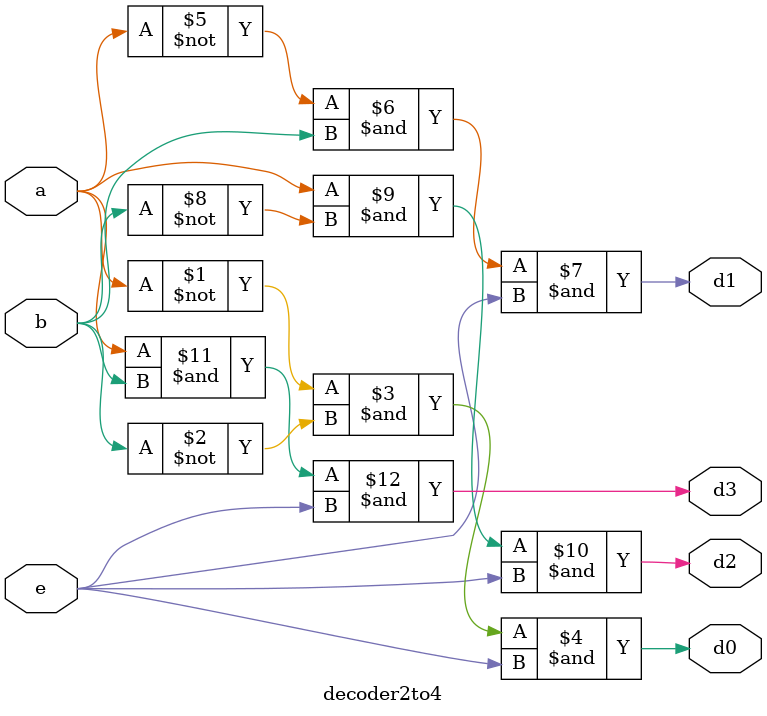
<source format=v>
module decoder2to4(input a,b,e, output d3,d2,d1,d0);
  assign d0=(~a&~b&e);
  assign d1=(~a&b&e);
  assign d2=(a&~b&e);
  assign d3=(a&b&e);
endmodule

</source>
